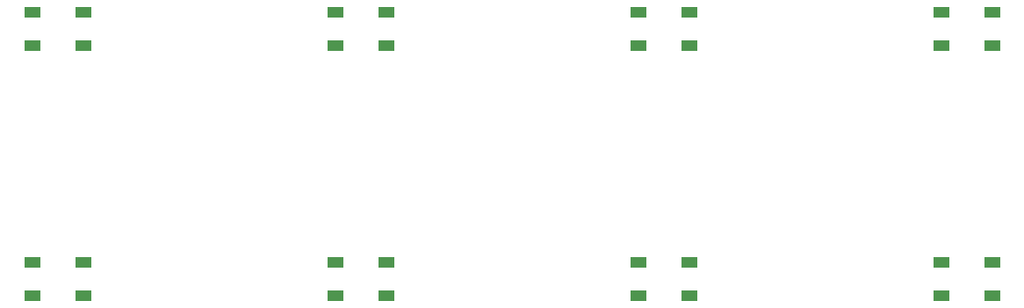
<source format=gbr>
G04 #@! TF.GenerationSoftware,KiCad,Pcbnew,(5.1.5)-3*
G04 #@! TF.CreationDate,2020-04-15T22:49:56+02:00*
G04 #@! TF.ProjectId,makroboard,6d616b72-6f62-46f6-9172-642e6b696361,rev?*
G04 #@! TF.SameCoordinates,Original*
G04 #@! TF.FileFunction,Paste,Top*
G04 #@! TF.FilePolarity,Positive*
%FSLAX46Y46*%
G04 Gerber Fmt 4.6, Leading zero omitted, Abs format (unit mm)*
G04 Created by KiCad (PCBNEW (5.1.5)-3) date 2020-04-15 22:49:56*
%MOMM*%
%LPD*%
G04 APERTURE LIST*
%ADD10R,1.500000X1.000000*%
G04 APERTURE END LIST*
D10*
X47080000Y-49200000D03*
X47080000Y-52400000D03*
X51980000Y-49200000D03*
X51980000Y-52400000D03*
X47080000Y-73330000D03*
X47080000Y-76530000D03*
X51980000Y-73330000D03*
X51980000Y-76530000D03*
X81190000Y-52400000D03*
X81190000Y-49200000D03*
X76290000Y-52400000D03*
X76290000Y-49200000D03*
X81190000Y-76530000D03*
X81190000Y-73330000D03*
X76290000Y-76530000D03*
X76290000Y-73330000D03*
X105500000Y-49200000D03*
X105500000Y-52400000D03*
X110400000Y-49200000D03*
X110400000Y-52400000D03*
X110400000Y-76530000D03*
X110400000Y-73330000D03*
X105500000Y-76530000D03*
X105500000Y-73330000D03*
X139610000Y-52400000D03*
X139610000Y-49200000D03*
X134710000Y-52400000D03*
X134710000Y-49200000D03*
X134710000Y-73330000D03*
X134710000Y-76530000D03*
X139610000Y-73330000D03*
X139610000Y-76530000D03*
M02*

</source>
